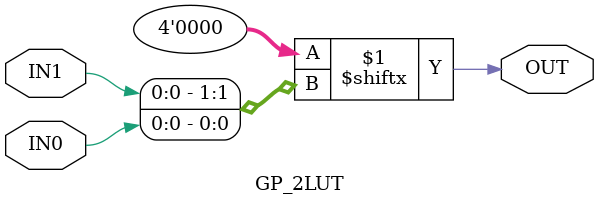
<source format=v>
module GP_2LUT(input IN0, IN1, output OUT);
	parameter [3:0] INIT = 0;
	assign OUT = INIT[{IN1, IN0}];
endmodule
</source>
